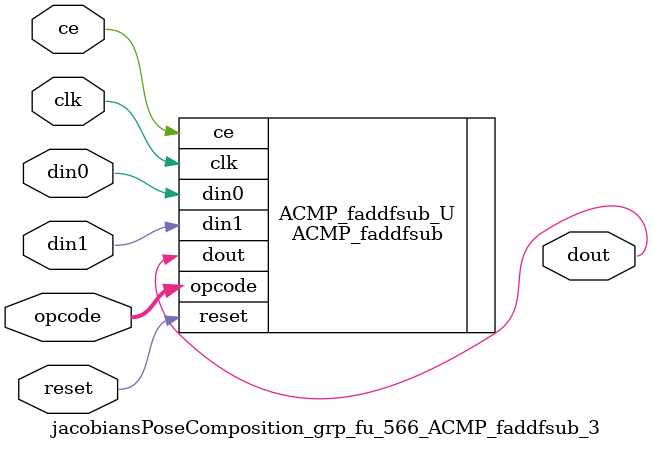
<source format=v>

`timescale 1 ns / 1 ps
module jacobiansPoseComposition_grp_fu_566_ACMP_faddfsub_3(
    clk,
    reset,
    ce,
    din0,
    din1,
    opcode,
    dout);

parameter ID = 32'd1;
parameter NUM_STAGE = 32'd1;
parameter din0_WIDTH = 32'd1;
parameter din1_WIDTH = 32'd1;
parameter dout_WIDTH = 32'd1;
input clk;
input reset;
input ce;
input[din0_WIDTH - 1:0] din0;
input[din1_WIDTH - 1:0] din1;
input[2 - 1:0] opcode;
output[dout_WIDTH - 1:0] dout;



ACMP_faddfsub #(
.ID( ID ),
.NUM_STAGE( 4 ),
.din0_WIDTH( din0_WIDTH ),
.din1_WIDTH( din1_WIDTH ),
.dout_WIDTH( dout_WIDTH ))
ACMP_faddfsub_U(
    .clk( clk ),
    .reset( reset ),
    .ce( ce ),
    .din0( din0 ),
    .din1( din1 ),
    .dout( dout ),
    .opcode( opcode ));

endmodule

</source>
